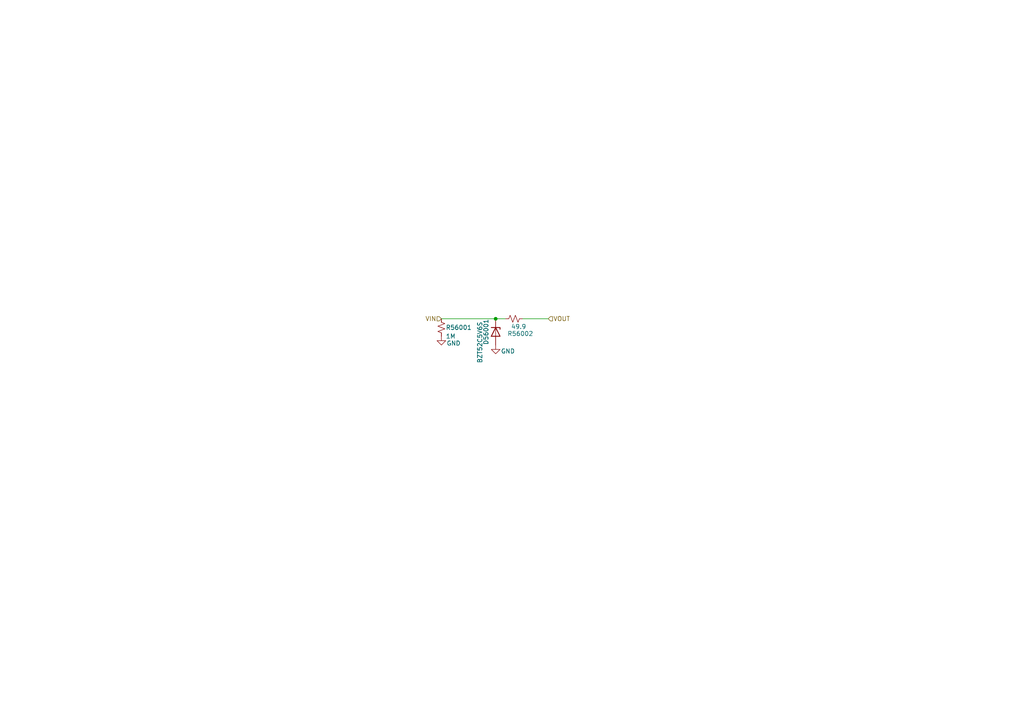
<source format=kicad_sch>
(kicad_sch (version 20231120) (generator "eeschema") (generator_version "8.0")
  (paper "A4")
  (lib_symbols
    (symbol "Device:D_Zener" (pin_numbers hide) (pin_names (offset 1.016) hide)
      (property "Reference" "D" (at 0 2.54 0))
      (property "Value" "D_Zener" (at 0 -2.54 0))
      (symbol "D_Zener_0_1"
        (polyline (pts (xy 1.27 0) (xy -1.27 0)))
        (polyline (pts (xy -1.27 -1.27) (xy -1.27 1.27) (xy -0.762 1.27)) (stroke (width 0.254)))
        (polyline (pts (xy 1.27 -1.27) (xy 1.27 1.27) (xy -1.27 0) (xy 1.27 -1.27)) (stroke (width 0.254)))
      )
      (symbol "D_Zener_1_1"
        (pin passive line (at -3.81 0 0) (length 2.54) (name "K") (number "1"))
        (pin passive line (at 3.81 0 180) (length 2.54) (name "A") (number "2"))
      )
    )
    (symbol "Device:R_Small_US" (pin_numbers hide) (pin_names (offset 0.254) hide)
      (property "Reference" "R" (at 0.762 0.508 0))
      (property "Value" "R_Small_US" (at 0.762 -1.016 0))
      (symbol "R_Small_US_1_1"
        (polyline (pts (xy 0 0) (xy 1.016 -0.381) (xy 0 -0.762) (xy -1.016 -1.143) (xy 0 -1.524)))
        (polyline (pts (xy 0 1.524) (xy 1.016 1.143) (xy 0 0.762) (xy -1.016 0.381) (xy 0 0)))
        (pin passive line (at 0 2.54 270) (length 1.016) (name "~") (number "1"))
        (pin passive line (at 0 -2.54 90) (length 1.016) (name "~") (number "2"))
      )
    )
    (symbol "power:GND" (power) (pin_names (offset 0))
      (property "Value" "GND" (at 0 -3.81 0))
      (symbol "GND_0_1"
        (polyline (pts (xy 0 0) (xy 0 -1.27) (xy 1.27 -1.27) (xy 0 -2.54) (xy -1.27 -1.27) (xy 0 -1.27)))
      )
      (symbol "GND_1_1"
        (pin power_in line (at 0 0 270) (length 0) hide (name "GND") (number "1"))
      )
    )
  )
  (junction (at 143.764 92.456))
  (wire (pts (xy 128.016 92.456) (xy 143.764 92.456)))
  (wire (pts (xy 143.764 92.456) (xy 146.558 92.456)))
  (wire (pts (xy 151.638 92.456) (xy 159.004 92.456)))
  (hierarchical_label "VIN" (shape input) (at 128.016 92.456 180))
  (hierarchical_label "VOUT" (shape input) (at 159.004 92.456 0))
  (symbol (lib_id "power:GND") (at 143.764 100.076 0) (unit 1)
    (property "Reference" "#PWR307" (effects (hide yes)))
    (property "Value" "GND" (at 147.32 101.854 0))
    (instances (project "analog_i" (path "" (reference "#PWR307") (unit 1)) (path "" (reference "#PWR302") (unit 1)) (path "" (reference "#PWR317") (unit 1)) (path "" (reference "#PWR312") (unit 1))) (project "analog_frontend_panel" (path "" (reference "#PWR19005") (unit 1)) (path "" (reference "#PWR33009") (unit 1)) (path "" (reference "#PWR27010") (unit 1)) (path "" (reference "#PWR26005") (unit 1))))
  )
  (symbol (lib_id "power:GND") (at 128.016 97.536 0) (unit 1)
    (property "Reference" "#PWR303" (effects (hide yes)))
    (property "Value" "GND" (at 133.604 99.568 0) (effects (justify right)))
    (instances (project "analog_i" (path "" (reference "#PWR303") (unit 1)) (path "" (reference "#PWR298") (unit 1)) (path "" (reference "#PWR313") (unit 1)) (path "" (reference "#PWR308") (unit 1))) (project "analog_frontend_panel" (path "" (reference "#PWR19001") (unit 1)) (path "" (reference "#PWR33005") (unit 1)) (path "" (reference "#PWR27001") (unit 1)) (path "" (reference "#PWR26001") (unit 1))))
  )
  (symbol (lib_id "Device:R_Small_US") (at 149.098 92.456 90) (unit 1)
    (property "Reference" "R56002" (at 154.686 96.774 90) (effects (justify left)))
    (property "Value" "49.9" (at 152.654 94.742 90) (effects (justify left)))
    (property "Footprint" "Resistor_SMD:R_0805_2012Metric" (effects (hide yes)))
    (property "LCSC" "C17720" (effects (hide yes)))
    (instances (project "analog_i" (path "" (reference "R56002") (unit 1)) (path "" (reference "R55002") (unit 1)) (path "" (reference "R58002") (unit 1)) (path "" (reference "R57002") (unit 1))) (project "analog_frontend_panel" (path "" (reference "R19002") (unit 1)) (path "" (reference "R33004") (unit 1)) (path "" (reference "R27002") (unit 1)) (path "" (reference "R26002") (unit 1))))
  )
  (symbol (lib_id "Device:R_Small_US") (at 128.016 94.996 0) (unit 1)
    (property "Reference" "R56001" (at 129.286 94.996 0) (effects (justify left)))
    (property "Value" "1M" (at 129.286 97.536 0) (effects (justify left)))
    (property "Footprint" "Resistor_SMD:R_0402_1005Metric" (effects (hide yes)))
    (instances (project "analog_i" (path "" (reference "R56001") (unit 1)) (path "" (reference "R55001") (unit 1)) (path "" (reference "R58001") (unit 1)) (path "" (reference "R57001") (unit 1))) (project "analog_frontend_panel" (path "" (reference "R19001") (unit 1)) (path "" (reference "R33003") (unit 1)) (path "" (reference "R27001") (unit 1)) (path "" (reference "R26001") (unit 1))))
  )
  (symbol (lib_id "Device:D_Zener") (at 143.764 96.266 270) (unit 1)
    (property "Reference" "D56001" (at 140.97 96.266 0))
    (property "Value" "BZT52C5V6S" (at 139.192 99.314 0))
    (property "Footprint" "Diode_SMD:D_SOD-323" (effects (hide yes)))
    (property "LCSC" "C5184420" (effects (hide yes)))
    (instances (project "analog_i" (path "" (reference "D56001") (unit 1)) (path "" (reference "D55001") (unit 1)) (path "" (reference "D58001") (unit 1)) (path "" (reference "D57001") (unit 1))) (project "analog_frontend_panel" (path "" (reference "D19001") (unit 1)) (path "" (reference "D33001") (unit 1)) (path "" (reference "D27001") (unit 1)) (path "" (reference "D26001") (unit 1))))
  )
)
</source>
